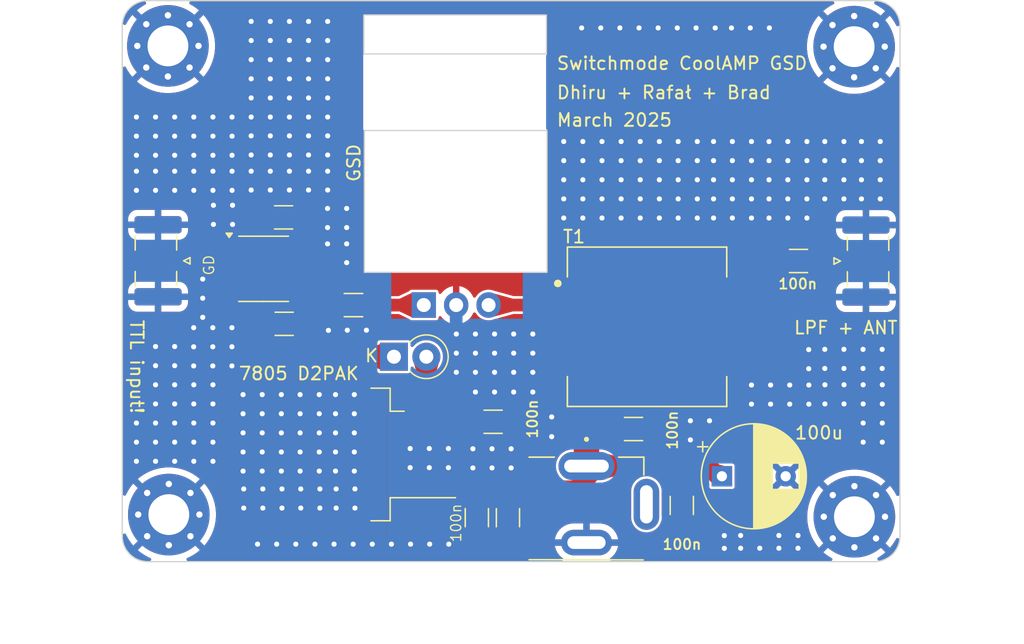
<source format=kicad_pcb>
(kicad_pcb (version 20241229) (generator "pcbnew") (generator_version "9.0")
  (layers (0 "F.Cu" signal) (2 "B.Cu" signal) (13 "F.Paste" user) (5 "F.SilkS" user "F.Silkscreen") (1 "F.Mask" user) (3 "B.Mask" user) (25 "Edge.Cuts" user))
  (net 0 "")
  (net 1 "GND")
  (net 2 "Net-(Q1-G)")
  (net 3 "/DRAIN")
  (net 4 "Net-(RF_OUT1-In)")
  (net 6 "Net-(RF_IN1-In)")
  (net 7 "Net-(C3-Pad2)")
  (net 8 "+VDC")
  (net 9 "4.5V")
  (net 10 "Net-(D1-A)")
  (net 11 "Net-(R4-Pad1)")
  (footprint "Capacitor_SMD:C_1206_3216Metric_Pad1.33x1.80mm_HandSolder" (layer "F.Cu") (at 27.81 40.545986 -90)
    (property "Reference" "C2" (hide yes))
    (property "Value" "100n")
  )
  (footprint "MountingHole:MountingHole_3.2mm_M3_Pad_Via" (layer "F.Cu") (at 3.65 40.31)
    (property "Reference" "H3" (hide yes))
    (property "Value" "MountingHole_Pad" (hide yes))
  )
  (footprint "Connector_Coaxial:SMA_Samtec_SMA-J-P-H-ST-EM1_EdgeMount" (layer "F.Cu") (at 58.58 20.425)
    (property "Reference" "RF_OUT1" (hide yes))
    (property "Value" "SMA" (hide yes))
  )
  (footprint "Capacitor_SMD:C_1206_3216Metric_Pad1.33x1.80mm_HandSolder" (layer "F.Cu") (at 30.25 40.5525 -90)
    (property "Reference" "C12" (hide yes))
    (property "Value" "100n" (hide yes))
  )
  (footprint "footprints:XKB_DC-005-5A-2.0_Modded" (layer "F.Cu") (at 36.41 42.505 90)
    (property "Reference" "Power1" (hide yes))
    (property "Value" "DC-005 (Barrel Jack)" (hide yes))
  )
  (footprint "MountingHole:MountingHole_3.2mm_M3_Pad_Via" (layer "F.Cu") (at 57.422944 40.48)
    (property "Reference" "H4" (hide yes))
    (property "Value" "MountingHole_Pad" (hide yes))
  )
  (footprint "PCM_Diode_THT_AKL:D_DO-41_SOD81_P2.54mm_Vertical_KathodeUp" (layer "F.Cu") (at 21.31 27.93)
    (property "Reference" "D1" (hide yes))
    (property "Value" "1N4007" (hide yes))
  )
  (footprint "Resistor_SMD:R_1206_3216Metric_Pad1.30x1.75mm_HandSolder" (layer "F.Cu") (at 18.135 23.88)
    (property "Reference" "R4" (hide yes))
    (property "Value" "3.3" (hide yes))
  )
  (footprint "Connector_Coaxial:SMA_Samtec_SMA-J-P-H-ST-EM1_EdgeMount" (layer "F.Cu") (at 2.555 20.405 180)
    (property "Reference" "RF_IN1" (hide yes))
    (property "Value" "SMA" (hide yes))
  )
  (footprint "footprints:TO-220-3_Horizontal_TabDown" (layer "F.Cu") (at 23.65 23.875)
    (property "Reference" "Q1" (hide yes))
    (property "Value" "GSD" (hide yes))
  )
  (footprint "Capacitor_SMD:C_1206_3216Metric_Pad1.33x1.80mm_HandSolder" (layer "F.Cu") (at 12.7 25.35)
    (property "Reference" "C7" (hide yes))
    (property "Value" "10u" (hide yes))
  )
  (footprint "Capacitor_SMD:C_1206_3216Metric_Pad1.33x1.80mm_HandSolder" (layer "F.Cu") (at 53.0375 20.42 180)
    (property "Reference" "C3" (hide yes))
    (property "Value" "100n")
  )
  (footprint "Package_SO:SOIC-8_3.9x4.9mm_P1.27mm" (layer "F.Cu") (at 11.085 21.035)
    (property "Reference" "U2" (hide yes))
    (property "Value" "GD")
  )
  (footprint "Capacitor_THT:CP_Radial_D8.0mm_P5.00mm" (layer "F.Cu") (at 47.032349 37.305)
    (property "Reference" "C6" (hide yes))
    (property "Value" "100u")
  )
  (footprint "footprints:IND_SRF1260A-4R7Y-Longer-Pads" (layer "F.Cu") (at 41.16 25.58)
    (property "Reference" "T1")
    (property "Value" "SRF1260A-4R7Y" (hide yes))
  )
  (footprint "MountingHole:MountingHole_3.2mm_M3_Pad_Via" (layer "F.Cu") (at 3.58 3.55)
    (property "Reference" "H1" (hide yes))
    (property "Value" "MountingHole_Pad" (hide yes))
  )
  (footprint "Capacitor_SMD:C_1206_3216Metric_Pad1.33x1.80mm_HandSolder" (layer "F.Cu") (at 43.885 39.5925 -90)
    (property "Reference" "C5" (hide yes))
    (property "Value" "100n")
  )
  (footprint "Capacitor_SMD:C_1206_3216Metric_Pad1.33x1.80mm_HandSolder" (layer "F.Cu") (at 29.085 33.03)
    (property "Reference" "C8" (hide yes))
    (property "Value" "100n")
  )
  (footprint "footprints:TO-263-2-bigger" (layer "F.Cu") (at 16.185 35.595 180)
    (property "Reference" "U1" (hide yes))
    (property "Value" "7805 D2PAK")
  )
  (footprint "Capacitor_SMD:C_1206_3216Metric_Pad1.33x1.80mm_HandSolder" (layer "F.Cu") (at 40.1 33.6)
    (property "Reference" "C10" (hide yes))
    (property "Value" "100n")
  )
  (footprint "MountingHole:MountingHole_3.2mm_M3_Pad_Via" (layer "F.Cu") (at 57.402944 3.61)
    (property "Reference" "H2" (hide yes))
    (property "Value" "MountingHole_Pad" (hide yes))
  )
  (footprint "Capacitor_SMD:C_1206_3216Metric_Pad1.33x1.80mm_HandSolder" (layer "F.Cu") (at 12.65 17)
    (property "Reference" "C11" (hide yes))
    (property "Value" "100n" (hide yes))
  )
  (gr_rect (start 18.99 10.185) (end 33.31 21.31) (stroke (width 0.1)) (fill no) (layer "Edge.Cuts"))
  (gr_line (start 61 2) (end 61 42) (stroke (width 0.1)) (layer "Edge.Cuts"))
  (gr_arc (start 59 0) (mid 60.414214 0.585786) (end 61 2) (stroke (width 0.1)) (layer "Edge.Cuts"))
  (gr_line (start 2 0) (end 59 0) (stroke (width 0.1)) (layer "Edge.Cuts"))
  (gr_line (start 0 42) (end 0 2) (stroke (width 0.1)) (layer "Edge.Cuts"))
  (gr_arc (start 0 2) (mid 0.585786 0.585786) (end 2 0) (stroke (width 0.1)) (layer "Edge.Cuts"))
  (gr_rect (start 18.95 1.13) (end 33.27 4.18) (stroke (width 0.1)) (fill no) (layer "Edge.Cuts"))
  (gr_arc (start 2 44) (mid 0.585786 43.414214) (end 0 42) (stroke (width 0.1)) (layer "Edge.Cuts"))
  (gr_arc (start 61 42) (mid 60.414214 43.414214) (end 59 44) (stroke (width 0.1)) (layer "Edge.Cuts"))
  (gr_line (start 59 44) (end 2 44) (stroke (width 0.1)) (layer "Edge.Cuts"))
  (gr_text "LPF + ANT" (at 52.6 26.24 0) (layer "F.SilkS") (effects (font (size 1 1)) (justify left bottom)))
  (gr_text "TTL input!" (at 0.55 24.95 270) (layer "F.SilkS") (effects (font (size 1 1)) (justify left bottom)))
  (gr_text "Dhiru + Rafał + Brad" (at 34 7.79 0) (layer "F.SilkS") (effects (font (size 1 1)) (justify left bottom)))
  (gr_text "GSD" (at 18.75 14.3 90) (layer "F.SilkS") (effects (font (size 1 1)) (justify left bottom)))
  (gr_text "March 2025" (at 34 9.95 0) (layer "F.SilkS") (effects (font (size 1 1)) (justify left bottom)))
  (gr_text "Switchmode CoolAMP GSD" (at 34 5.5 0) (layer "F.SilkS") (effects (font (size 1 1)) (justify left bottom)))
  (segment (start 8.6 22.95) (end 8.61 22.94) (width 1) (layer "F.Cu") (net 1))
  (segment (start 14.2625 23.6425) (end 13.56 22.94) (width 1) (layer "F.Cu") (net 1))
  (segment (start 8.6 25.65) (end 8.6 22.95) (width 1) (layer "F.Cu") (net 1))
  (segment (start 14.2625 25.35) (end 14.2625 23.6425) (width 1) (layer "F.Cu") (net 1))
  (segment (start 14.2625 25.35) (end 14.7625 25.85) (width 1) (layer "F.Cu") (net 1))
  (segment (start 14.7625 25.85) (end 19.15 25.85) (width 1) (layer "F.Cu") (net 1))
  (via (at 14.61 4.63) (size 0.8) (drill 0.4) (layers "F.Cu" "B.Cu") (net 1))
  (via (at 10.975 33.9) (size 0.8) (drill 0.4) (layers "F.Cu" "B.Cu") (net 1))
  (via (at 26.2 27.65) (size 0.8) (drill 0.4) (layers "F.Cu" "B.Cu") (net 1))
  (via (at 16.775 39.8) (size 0.8) (drill 0.4) (layers "F.Cu" "B.Cu") (net 1))
  (via (at 16.725 30.9) (size 0.8) (drill 0.4) (layers "F.Cu" "B.Cu") (net 1))
  (via (at 56.61 31.63) (size 0.8) (drill 0.4) (layers "F.Cu" "B.Cu") (net 1))
  (via (at 12.525 38.3) (size 0.8) (drill 0.4) (layers "F.Cu" "B.Cu") (net 1))
  (via (at 44.56 32.95) (size 0.8) (drill 0.4) (layers "F.Cu" "B.Cu") (net 1))
  (via (at 26.2 26.15) (size 0.8) (drill 0.4) (layers "F.Cu" "B.Cu") (net 1))
  (via (at 16.11 6.13) (size 0.8) (drill 0.4) (layers "F.Cu" "B.Cu") (net 1))
  (via (at 13.11 4.63) (size 0.8) (drill 0.4) (layers "F.Cu" "B.Cu") (net 1))
  (via (at 37.625 15.55) (size 0.8) (drill 0.4) (layers "F.Cu" "B.Cu") (net 1))
  (via (at 13.11 7.63) (size 0.8) (drill 0.4) (layers "F.Cu" "B.Cu") (net 1))
  (via (at 16.11 1.63) (size 0.8) (drill 0.4) (layers "F.Cu" "B.Cu") (net 1))
  (via (at 13.11 12.105) (size 0.8) (drill 0.4) (layers "F.Cu" "B.Cu") (net 1))
  (via (at 18.2 36.9) (size 0.8) (drill 0.4) (layers "F.Cu" "B.Cu") (net 1))
  (via (at 59.45 11.05) (size 0.8) (drill 0.4) (layers "F.Cu" "B.Cu") (net 1))
  (via (at 16.1 16.3) (size 0.8) (drill 0.4) (layers "F.Cu" "B.Cu") (net 1))
  (via (at 48.5 41.95) (size 0.8) (drill 0.4) (layers "F.Cu" "B.Cu") (net 1))
  (via (at 7.1 28.65) (size 0.8) (drill 0.4) (layers "F.Cu" "B.Cu") (net 1))
  (via (at 37.625 14.05) (size 0.8) (drill 0.4) (layers "F.Cu" "B.Cu") (net 1))
  (via (at 50.85 30.15) (size 0.8) (drill 0.4) (layers "F.Cu" "B.Cu") (net 1))
  (via (at 30.7 29.15) (size 0.8) (drill 0.4) (layers "F.Cu" "B.Cu") (net 1))
  (via (at 10.11 7.63) (size 0.8) (drill 0.4) (layers "F.Cu" "B.Cu") (net 1))
  (via (at 7.11 12.13) (size 0.8) (drill 0.4) (layers "F.Cu" "B.Cu") (net 1))
  (via (at 10.11 10.605) (size 0.8) (drill 0.4) (layers "F.Cu" "B.Cu") (net 1))
  (via (at 42.125 17.05) (size 0.8) (drill 0.4) (layers "F.Cu" "B.Cu") (net 1))
  (via (at 16.11 12.105) (size 0.8) (drill 0.4) (layers "F.Cu" "B.Cu") (net 1))
  (via (at 7.15 17.55) (size 0.8) (drill 0.4) (layers "F.Cu" "B.Cu") (net 1))
  (via (at 55.1 15.55) (size 0.8) (drill 0.4) (layers "F.Cu" "B.Cu") (net 1))
  (via (at 53.84 27.37) (size 0.8) (drill 0.4) (layers "F.Cu" "B.Cu") (net 1))
  (via (at 24.08 36.63) (size 0.8) (drill 0.4) (layers "F.Cu" "B.Cu") (net 1))
  (via (at 36.125 12.55) (size 0.8) (drill 0.4) (layers "F.Cu" "B.Cu") (net 1))
  (via (at 12.11 42.63) (size 0.8) (drill 0.4) (layers "F.Cu" "B.Cu") (net 1))
  (via (at 53.7 15.55) (size 0.8) (drill 0.4) (layers "F.Cu" "B.Cu") (net 1))
  (via (at 45.1 11.05) (size 0.8) (drill 0.4) (layers "F.Cu" "B.Cu") (net 1))
  (via (at 4.11 13.38) (size 0.8) (drill 0.4) (layers "F.Cu" "B.Cu") (net 1))
  (via (at 36.125 17.05) (size 0.8) (drill 0.4) (layers "F.Cu" "B.Cu") (net 1))
  (via (at 25.58 35.13) (size 0.8) (drill 0.4) (layers "F.Cu" "B.Cu") (net 1))
  (via (at 11.61 7.63) (size 0.8) (drill 0.4) (layers "F.Cu" "B.Cu") (net 1))
  (via (at 18.2 32.4) (size 0.8) (drill 0.4) (layers "F.Cu" "B.Cu") (net 1))
  (via (at 27.5 36.65) (size 0.8) (drill 0.4) (layers "F.Cu" "B.Cu") (net 1))
  (via (at 42.125 11.05) (size 0.8) (drill 0.4) (layers "F.Cu" "B.Cu") (net 1))
  (via (at 49.35 30.15) (size 0.8) (drill 0.4) (layers "F.Cu" "B.Cu") (net 1))
  (via (at 47.78 2.14) (size 0.8) (drill 0.4) (layers "F.Cu" "B.Cu") (net 1))
  (via (at 16.11 9.13) (size 0.8) (drill 0.4) (layers "F.Cu" "B.Cu") (net 1))
  (via (at 8.61 14.88) (size 0.8) (drill 0.4) (layers "F.Cu" "B.Cu") (net 1))
  (via (at 36.125 14.05) (size 0.8) (drill 0.4) (layers "F.Cu" "B.Cu") (net 1))
  (via (at 52.35 31.65) (size 0.8) (drill 0.4) (layers "F.Cu" "B.Cu") (net 1))
  (via (at 9.525 39.8) (size 0.8) (drill 0.4) (layers "F.Cu" "B.Cu") (net 1))
  (via (at 53.7 12.55) (size 0.8) (drill 0.4) (layers "F.Cu" "B.Cu") (net 1))
  (via (at 22.61 42.63) (size 0.8) (drill 0.4) (layers "F.Cu" "B.Cu") (net 1))
  (via (at 46.375 14.05) (size 0.8) (drill 0.4) (layers "F.Cu" "B.Cu") (net 1))
  (via (at 29.2 26.15) (size 0.8) (drill 0.4) (layers "F.Cu" "B.Cu") (net 1))
  (via (at 36.125 11.05) (size 0.8) (drill 0.4) (layers "F.Cu" "B.Cu") (net 1))
  (via (at 47.22 42.96) (size 0.8) (drill 0.4) (layers "F.Cu" "B.Cu") (net 1))
  (via (at 5.61 36.13) (size 0.8) (drill 0.4) (layers "F.Cu" "B.Cu") (net 1))
  (via (at 36.125 15.55) (size 0.8) (drill 0.4) (layers "F.Cu" "B.Cu") (net 1))
  (via (at 7.11 10.63) (size 0.8) (drill 0.4) (layers "F.Cu" "B.Cu") (net 1))
  (via (at 14.61 1.63) (size 0.8) (drill 0.4) (layers "F.Cu" "B.Cu") (net 1))
  (via (at 52.2 11.05) (size 0.8) (drill 0.4) (layers "F.Cu" "B.Cu") (net 1))
  (via (at 4.11 36.13) (size 0.8) (drill 0.4) (layers "F.Cu" "B.Cu") (net 1))
  (via (at 7.11 31.63) (size 0.8) (drill 0.4) (layers "F.Cu" "B.Cu") (net 1))
  (via (at 13.11 3.13) (size 0.8) (drill 0.4) (layers "F.Cu" "B.Cu") (net 1))
  (via (at 52.2 15.55) (size 0.8) (drill 0.4) (layers "F.Cu" "B.Cu") (net 1))
  (via (at 24.11 42.63) (size 0.8) (drill 0.4) (layers "F.Cu" "B.Cu") (net 1))
  (via (at 4.11 33.13) (size 0.8) (drill 0.4) (layers "F.Cu" "B.Cu") (net 1))
  (via (at 55.11 30.13) (size 0.8) (drill 0.4) (layers "F.Cu" "B.Cu") (net 1))
  (via (at 13.61 42.63) (size 0.8) (drill 0.4) (layers "F.Cu" "B.Cu") (net 1))
  (via (at 47.85 11.05) (size 0.8) (drill 0.4) (layers "F.Cu" "B.Cu") (net 1))
  (via (at 46.375 15.55) (size 0.8) (drill 0.4) (layers "F.Cu" "B.Cu") (net 1))
  (via (at 34.625 12.55) (size 0.8) (drill 0.4) (layers "F.Cu" "B.Cu") (net 1))
  (via (at 14.61 12.105) (size 0.8) (drill 0.4) (layers "F.Cu" "B.Cu") (net 1))
  (via (at 39.125 17.05) (size 0.8) (drill 0.4) (layers "F.Cu" "B.Cu") (net 1))
  (via (at 16.725 36.9) (size 0.8) (drill 0.4) (layers "F.Cu" "B.Cu") (net 1))
  (via (at 34.625 11.05) (size 0.8) (drill 0.4) (layers "F.Cu" "B.Cu") (net 1))
  (via (at 32.2 27.65) (size 0.8) (drill 0.4) (layers "F.Cu" "B.Cu") (net 1))
  (via (at 56.6 28.85) (size 0.8) (drill 0.4) (layers "F.Cu" "B.Cu") (net 1))
  (via (at 43.6 17.05) (size 0.8) (drill 0.4) (layers "F.Cu" "B.Cu") (net 1))
  (via (at 40.625 12.55) (size 0.8) (drill 0.4) (layers "F.Cu" "B.Cu") (net 1))
  (via (at 46.375 11.05) (size 0.8) (drill 0.4) (layers "F.Cu" "B.Cu") (net 1))
  (via (at 10.11 6.13) (size 0.8) (drill 0.4) (layers "F.Cu" "B.Cu") (net 1))
  (via (at 8.6 27.15) (size 0.8) (drill 0.4) (layers "F.Cu" "B.Cu") (net 1))
  (via (at 45.1 15.55) (size 0.8) (drill 0.4) (layers "F.Cu" "B.Cu") (net 1))
  (via (at 57.975 14.05) (size 0.8) (drill 0.4) (layers "F.Cu" "B.Cu") (net 1))
  (via (at 5.61 14.88) (size 0.8) (drill 0.4) (layers "F.Cu" "B.Cu") (net 1))
  (via (at 58.11 31.63) (size 0.8) (drill 0.4) (layers "F.Cu" "B.Cu") (net 1))
  (via (at 50.725 17.05) (size 0.8) (drill 0.4) (layers "F.Cu" "B.Cu") (net 1))
  (via (at 55.1 27.35) (size 0.8) (drill 0.4) (layers "F.Cu" "B.Cu") (net 1))
  (via (at 49.255 2.14) (size 0.8) (drill 0.4) (layers "F.Cu" "B.Cu") (net 1))
  (via (at 46.06 32.95) (size 0.8) (drill 0.4) (layers "F.Cu" "B.Cu") (net 1))
  (via (at 58.11 33.13) (size 0.8) (drill 0.4) (layers "F.Cu" "B.Cu") (net 1))
  (via (at 11.61 6.13) (size 0.8) (drill 0.4) (layers "F.Cu" "B.Cu") (net 1))
  (via (at 49.35 11.05) (size 0.8) (drill 0.4) (layers "F.Cu" "B.Cu") (net 1))
  (via (at 15.45 32.4) (size 0.8) (drill 0.4) (layers "F.Cu" "B.Cu") (net 1))
  (via (at 16.725 35.4) (size 0.8) (drill 0.4) (layers "F.Cu" "B.Cu") (net 1))
  (via (at 30.7 26.15) (size 0.8) (drill 0.4) (layers "F.Cu" "B.Cu") (net 1))
  (via (at 56.6 27.35) (size 0.8) (drill 0.4) (layers "F.Cu" "B.Cu") (net 1))
  (via (at 21.11 42.63) (size 0.8) (drill 0.4) (layers "F.Cu" "B.Cu") (net 1))
  (via (at 5.61 30.13) (size 0.8) (drill 0.4) (layers "F.Cu" "B.Cu") (net 1))
  (via (at 8.65 16.05) (size 0.8) (drill 0.4) (layers "F.Cu" "B.Cu") (net 1))
  (via (at 1.11 14.88) (size 0.8) (drill 0.4) (layers "F.Cu" "B.Cu") (net 1))
  (via (at 39.125 11.05) (size 0.8) (drill 0.4) (layers "F.Cu" "B.Cu") (net 1))
  (via (at 10.11 9.13) (size 0.8) (drill 0.4) (layers "F.Cu" "B.Cu") (net 1))
  (via (at 27.5 35.15) (size 0.8) (drill 0.4) (layers "F.Cu" "B.Cu") (net 1))
  (via (at 13.11 6.13) (size 0.8) (drill 0.4) (layers "F.Cu" "B.Cu") (net 1))
  (via (at 42.03 2.14) (size 0.8) (drill 0.4) (layers "F.Cu" "B.Cu") (net 1))
  (via (at 12.475 30.9) (size 0.8) (drill 0.4) (layers "F.Cu" "B.Cu") (net 1))
  (via (at 48.5 42.95) (size 0.8) (drill 0.4) (layers "F.Cu" "B.Cu") (net 1))
  (via (at 5.6 28.65) (size 0.8) (drill 0.4) (layers "F.Cu" "B.Cu") (net 1))
  (via (at 29.2 27.65) (size 0.8) (drill 0.4) (layers "F.Cu" "B.Cu") (net 1))
  (via (at 17.65 25.85) (size 0.8) (drill 0.4) (layers "F.Cu" "B.Cu") (net 1))
  (via (at 7.11 36.13) (size 0.8) (drill 0.4) (layers "F.Cu" "B.Cu") (net 1))
  (via (at 4.11 31.63) (size 0.8) (drill 0.4) (layers "F.Cu" "B.Cu") (net 1))
  (via (at 59.61 31.63) (size 0.8) (drill 0.4) (layers "F.Cu" "B.Cu") (net 1))
  (via (at 5.61 33.13) (size 0.8) (drill 0.4) (layers "F.Cu" "B.Cu") (net 1))
  (via (at 37.625 17.05) (size 0.8) (drill 0.4) (layers "F.Cu" "B.Cu") (net 1))
  (via (at 10.975 32.4) (size 0.8) (drill 0.4) (layers "F.Cu" "B.Cu") (net 1))
  (via (at 11.61 3.13) (size 0.8) (drill 0.4) (layers "F.Cu" "B.Cu") (net 1))
  (via (at 46.375 12.55) (size 0.8) (drill 0.4) (layers "F.Cu" "B.Cu") (net 1))
  (via (at 30.7 30.7) (size 0.8) (drill 0.4) (layers "F.Cu" "B.Cu") (net 1))
  (via (at 32.2 30.7) (size 0.8) (drill 0.4) (layers "F.Cu" "B.Cu") (net 1))
  (via (at 14.61 9.13) (size 0.8) (drill 0.4) (layers "F.Cu" "B.Cu") (net 1))
  (via (at 52.35 30.15) (size 0.8) (drill 0.4) (layers "F.Cu" "B.Cu") (net 1))
  (via (at 6.31 23.34) (size 0.8) (drill 0.4) (layers "F.Cu" "B.Cu") (net 1))
  (via (at 50.725 11.05) (size 0.8) (drill 0.4) (layers "F.Cu" "B.Cu") (net 1))
  (via (at 53 42.95) (size 0.8) (drill 0.4) (layers "F.Cu" "B.Cu") (net 1))
  (via (at 19.15 25.85) (size 0.8) (drill 0.4) (layers "F.Cu" "B.Cu") (net 1))
  (via (at 13.11 1.63) (size 0.8) (drill 0.4) (layers "F.Cu" "B.Cu") (net 1))
  (via (at 13.95 35.4) (size 0.8) (drill 0.4) (layers "F.Cu" "B.Cu") (net 1))
  (via (at 11.61 12.105) (size 0.8) (drill 0.4) (layers "F.Cu" "B.Cu") (net 1))
  (via (at 4.11 28.63) (size 0.8) (drill 0.4) (layers "F.Cu" "B.Cu") (net 1))
  (via (at 24.08 35.13) (size 0.8) (drill 0.4) (layers "F.Cu" "B.Cu") (net 1))
  (via (at 32.2 26.15) (size 0.8) (drill 0.4) (layers "F.Cu" "B.Cu") (net 1))
  (via (at 15.5 39.8) (size 0.8) (drill 0.4) (layers "F.Cu" "B.Cu") (net 1))
  (via (at 12.525 39.8) (size 0.8) (drill 0.4) (layers "F.Cu" "B.Cu") (net 1))
  (via (at 14.61 6.13) (size 0.8) (drill 0.4) (layers "F.Cu" "B.Cu") (net 1))
  (via (at 30.5 35.15) (size 0.8) (drill 0.4) (layers "F.Cu" "B.Cu") (net 1))
  (via (at 10.975 30.9) (size 0.8) (drill 0.4) (layers "F.Cu" "B.Cu") (net 1))
  (via (at 58.1 27.35) (size 0.8) (drill 0.4) (layers "F.Cu" "B.Cu") (net 1))
  (via (at 18.2 33.9) (size 0.8) (drill 0.4) (layers "F.Cu" "B.Cu") (net 1))
  (via (at 10.11 1.63) (size 0.8) (drill 0.4) (layers "F.Cu" "B.Cu") (net 1))
  (via (at 53 41.95) (size 0.8) (drill 0.4) (layers "F.Cu" "B.Cu") (net 1))
  (via (at 32.2 29.15) (size 0.8) (drill 0.4) (layers "F.Cu" "B.Cu") (net 1))
  (via (at 56.6 11.05) (size 0.8) (drill 0.4) (layers "F.Cu" "B.Cu") (net 1))
  (via (at 11.61 9.13) (size 0.8) (drill 0.4) (layers "F.Cu" "B.Cu") (net 1))
  (via (at 25.61 42.63) (size 0.8) (drill 0.4) (layers "F.Cu" "B.Cu") (net 1))
  (via (at 51.5 41.95) (size 0.8) (drill 0.4) (layers "F.Cu" "B.Cu") (net 1))
  (via (at 13.95 30.9) (size 0.8) (drill 0.4) (layers "F.Cu" "B.Cu") (net 1))
  (via (at 8.61 12.13) (size 0.8) (drill 0.4) (layers "F.Cu" "B.Cu") (net 1))
  (via (at 59.45 15.55) (size 0.8) (drill 0.4) (layers "F.Cu" "B.Cu") (net 1))
  (via (at 55.1 28.85) (size 0.8) (drill 0.4) (layers "F.Cu" "B.Cu") (net 1))
  (via (at 16.725 32.4) (size 0.8) (drill 0.4) (layers "F.Cu" "B.Cu") (net 1))
  (via (at 12.475 33.9) (size 0.8) (drill 0.4) (layers "F.Cu" "B.Cu") (net 1))
  (via (at 4.11 34.63) (size 0.8) (drill 0.4) (layers "F.Cu" "B.Cu") (net 1))
  (via (at 40.625 17.05) (size 0.8) (drill 0.4) (layers "F.Cu" "B.Cu") (net 1))
  (via (at 9.475 30.9) (size 0.8) (drill 0.4) (layers "F.Cu" "B.Cu") (net 1))
  (via (at 42.125 12.55) (size 0.8) (drill 0.4) (layers "F.Cu" "B.Cu") (net 1))
  (via (at 1.11 10.63) (size 0.8) (drill 0.4) (layers "F.Cu" "B.Cu") (net 1))
  (via (at 16.17 25.86) (size 0.8) (drill 0.4) (layers "F.Cu" "B.Cu") (net 1))
  (via (at 4.11 27.13) (size 0.8) (drill 0.4) (layers "F.Cu" "B.Cu") (net 1))
  (via (at 16.11 14.855) (size 0.8) (drill 0.4) (layers "F.Cu" "B.Cu") (net 1))
  (via (at 37.625 11.05) (size 0.8) (drill 0.4) (layers "F.Cu" "B.Cu") (net 1))
  (via (at 43.6 14.05) (size 0.8) (drill 0.4) (layers "F.Cu" "B.Cu") (net 1))
  (via (at 7.11 13.38) (size 0.8) (drill 0.4) (layers "F.Cu" "B.Cu") (net 1))
  (via (at 27.7 26.15) (size 0.8) (drill 0.4) (layers "F.Cu" "B.Cu") (net 1))
  (via (at 59.6 28.85) (size 0.8) (drill 0.4) (layers "F.Cu" "B.Cu") (net 1))
  (via (at 16.61 42.63) (size 0.8) (drill 0.4) (layers "F.Cu" "B.Cu") (net 1))
  (via (at 15.11 42.63) (size 0.8) (drill 0.4) (layers "F.Cu" "B.Cu") (net 1))
  (via (at 49.35 12.55) (size 0.8) (drill 0.4) (layers "F.Cu" "B.Cu") (net 1))
  (via (at 9.475 36.9) (size 0.8) (drill 0.4) (layers "F.Cu" "B.Cu") (net 1))
  (via (at 16.11 13.38) (size 0.8) (drill 0.4) (layers "F.Cu" "B.Cu") (net 1))
  (via (at 7.11 33.13) (size 0.8) (drill 0.4) (layers "F.Cu" "B.Cu") (net 1))
  (via (at 50 42.95) (size 0.8) (drill 0.4) (layers "F.Cu" "B.Cu") (net 1))
  (via (at 52.2 17.05) (size 0.8) (drill 0.4) (layers "F.Cu" "B.Cu") (net 1))
  (via (at 15.5 38.3) (size 0.8) (drill 0.4) (layers "F.Cu" "B.Cu") (net 1))
  (via (at 9.475 32.4) (size 0.8) (drill 0.4) (layers "F.Cu" "B.Cu") (net 1))
  (via (at 53.84 28.87) (size 0.8) (drill 0.4) (layers "F.Cu" "B.Cu") (net 1))
  (via (at 2.61 9.13) (size 0.8) (drill 0.4) (layers "F.Cu" "B.Cu") (net 1))
  (via (at 36.03 2.14) (size 0.8) (drill 0.4) (layers "F.Cu" "B.Cu") (net 1))
  (via (at 10.11 12.105) (size 0.8) (drill 0.4) (layers "F.Cu" "B.Cu") (net 1))
  (via (at 5.61 9.13) (size 0.8) (drill 0.4) (layers "F.Cu" "B.Cu") (net 1))
  (via (at 40.625 15.55) (size 0.8) (drill 0.4) (layers "F.Cu" "B.Cu") (net 1))
  (via (at 42.125 14.05) (size 0.8) (drill 0.4) (layers "F.Cu" "B.Cu") (net 1))
  (via (at 40.625 11.05) (size 0.8) (drill 0.4) (layers "F.Cu" "B.Cu") (net 1))
  (via (at 25.58 36.63) (size 0.8) (drill 0.4) (layers "F.Cu" "B.Cu") (net 1))
  (via (at 14.61 10.605) (size 0.8) (drill 0.4) (layers "F.Cu" "B.Cu") (net 1))
  (via (at 13.11 10.605) (size 0.8) (drill 0.4) (layers "F.Cu" "B.Cu") (net 1))
  (via (at 39.03 2.14) (size 0.8) (drill 0.4) (layers "F.Cu" "B.Cu") (net 1))
  (via (at 57.975 12.55) (size 0.8) (drill 0.4) (layers "F.Cu" "B.Cu") (net 1))
  (via (at 45.1 17.05) (size 0.8) (drill 0.4) (layers "F.Cu" "B.Cu") (net 1))
  (via (at 16.11 4.63) (size 0.8) (drill 0.4) (layers "F.Cu" "B.Cu") (net 1))
  (via (at 55.1 14.05) (size 0.8) (drill 0.4) (layers "F.Cu" "B.Cu") (net 1))
  (via (at 51.5 42.95) (size 0.8) (drill 0.4) (layers "F.Cu" "B.Cu") (net 1))
  (via (at 7.11 9.13) (size 0.8) (drill 0.4) (layers "F.Cu" "B.Cu") (net 1))
  (via (at 2.61 34.63) (size 0.8) (drill 0.4) (layers "F.Cu" "B.Cu") (net 1))
  (via (at 8.61 9.13) (size 0.8) (drill 0.4) (layers "F.Cu" "B.Cu") (net 1))
  (via (at 59.45 12.55) (size 0.8) (drill 0.4) (layers "F.Cu" "B.Cu") (net 1))
  (via (at 1.11 36.13) (size 0.8) (drill 0.4) (layers "F.Cu" "B.Cu") (net 1))
  (via (at 5.61 31.63) (size 0.8) (drill 0.4) (layers "F.Cu" "B.Cu") (net 1))
  (via (at 34.625 15.55) (size 0.8) (drill 0.4) (layers "F.Cu" "B.Cu") (net 1))
  (via (at 1.11 34.63) (size 0.8) (drill 0.4) (layers "F.Cu" "B.Cu") (net 1))
  (via (at 9.525 38.3) (size 0.8) (drill 0.4) (layers "F.Cu" "B.Cu") (net 1))
  (via (at 2.61 28.63) (size 0.8) (drill 0.4) (layers "F.Cu" "B.Cu") (net 1))
  (via (at 59.45 14.05) (size 0.8) (drill 0.4) (layers "F.Cu" "B.Cu") (net 1))
  (via (at 56.6 14.05) (size 0.8) (drill 0.4) (layers "F.Cu" "B.Cu") (net 1))
  (via (at 42.125 15.55) (size 0.8) (drill 0.4) (layers "F.Cu" "B.Cu") (net 1))
  (via (at 43.6 11.05) (size 0.8) (drill 0.4) (layers "F.Cu" "B.Cu") (net 1))
  (via (at 50.725 15.55) (size 0.8) (drill 0.4) (layers "F.Cu" "B.Cu") (net 1))
  (via (at 17.6 17.8) (size 0.8) (drill 0.4) (layers "F.Cu" "B.Cu") (net 1))
  (via (at 58.11 30.13) (size 0.8) (drill 0.4) (layers "F.Cu" "B.Cu") (net 1))
  (via (at 39.125 15.55) (size 0.8) (drill 0.4) (layers "F.Cu" "B.Cu") (net 1))
  (via (at 8.6 25.65) (size 0.8) (drill 0.4) (layers "F.Cu" "B.Cu") (net 1))
  (via (at 27.7 30.7) (size 0.8) (drill 0.4) (layers "F.Cu" "B.Cu") (net 1))
  (via (at 45.1 14.05) (size 0.8) (drill 0.4) (layers "F.Cu" "B.Cu") (net 1))
  (via (at 8.6 28.65) (size 0.8) (drill 0.4) (layers "F.Cu" "B.Cu") (net 1))
  (via (at 13.11 14.855) (size 0.8) (drill 0.4) (layers "F.Cu" "B.Cu") (net 1))
  (via (at 47.85 17.05) (size 0.8) (drill 0.4) (layers "F.Cu" "B.Cu") (net 1))
  (via (at 12.475 32.4) (size 0.8) (drill 0.4) (layers "F.Cu" "B.Cu") (net 1))
  (via (at 12.475 36.9) (size 0.8) (drill 0.4) (layers "F.Cu" "B.Cu") (net 1))
  (via (at 49.35 17.05) (size 0.8) (drill 0.4) (layers "F.Cu" "B.Cu") (net 1))
  (via (at 11.025 38.3) (size 0.8) (drill 0.4) (layers "F.Cu" "B.Cu") (net 1))
  (via (at 43.6 15.55) (size 0.8) (drill 0.4) (layers "F.Cu" "B.Cu") (net 1))
  (via (at 59.6 27.35) (size 0.8) (drill 0.4) (layers "F.Cu" "B.Cu") (net 1))
  (via (at 14.61 14.855) (size 0.8) (drill 0.4) (layers "F.Cu" "B.Cu") (net 1))
  (via (at 10.11 13.38) (size 0.8) (drill 0.4) (layers "F.Cu" "B.Cu") (net 1))
  (via (at 18.25 39.8) (size 0.8) (drill 0.4) (layers "F.Cu" "B.Cu") (net 1))
  (via (at 33.68 32.65) (size 0.8) (drill 0.4) (layers "F.Cu" "B.Cu") (net 1))
  (via (at 16.775 38.3) (size 0.8) (drill 0.4) (layers "F.Cu" "B.Cu") (net 1))
  (via (at 8.61 10.63) (size 0.8) (drill 0.4) (layers "F.Cu" "B.Cu") (net 1))
  (via (at 9.475 33.9) (size 0.8) (drill 0.4) (layers "F.Cu" "B.Cu") (net 1))
  (via (at 49.35 15.55) (size 0.8) (drill 0.4) (layers "F.Cu" "B.Cu") (net 1))
  (via (at 17.6 20.55) (size 0.8) (drill 0.4) (layers "F.Cu" "B.Cu") (net 1))
  (via (at 14.61 7.63) (size 0.8) (drill 0.4) (layers "F.Cu" "B.Cu") (net 1))
  (via (at 1.11 12.13) (size 0.8) (drill 0.4) (layers "F.Cu" "B.Cu") (net 1))
  (via (at 2.61 13.38) (size 0.8) (drill 0.4) (layers "F.Cu" "B.Cu") (net 1))
  (via (at 6.31 24.84) (size 0.8) (drill 0.4) (layers "F.Cu" "B.Cu") (net 1))
  (via (at 29 36.65) (size 0.8) (drill 0.4) (layers "F.Cu" "B.Cu") (net 1))
  (via (at 13.11 13.38) (size 0.8) (drill 0.4) (layers "F.Cu" "B.Cu") (net 1))
  (via (at 16.11 3.13) (size 0.8) (drill 0.4) (layers "F.Cu" "B.Cu") (net 1))
  (via (at 53.7 14.05) (size 0.8) (drill 0.4) (layers "F.Cu" "B.Cu") (net 1))
  (via (at 7.11 14.88) (size 0.8) (drill 0.4) (layers "F.Cu" "B.Cu") (net 1))
  (via (at 4.11 14.88) (size 0.8) (drill 0.4) (layers "F.Cu" "B.Cu") (net 1))
  (via (at 7.1 27.15) (size 0.8) (drill 0.4) (layers "F.Cu" "B.Cu") (net 1))
  (via (at 5.61 34.63) (size 0.8) (drill 0.4) (layers "F.Cu" "B.Cu") (net 1))
  (via (at 43.53 2.14) (size 0.8) (drill 0.4) (layers "F.Cu" "B.Cu") (net 1))
  (via (at 30.5 36.65) (size 0.8) (drill 0.4) (layers "F.Cu" "B.Cu") (net 1))
  (via (at 22.58 35.13) (size 0.8) (drill 0.4) (layers "F.Cu" "B.Cu") (net 1))
  (via (at 57.975 15.55) (size 0.8) (drill 0.4) (layers "F.Cu" "B.Cu") (net 1))
  (via (at 5.6 27.15) (size 0.8) (drill 0.4) (layers "F.Cu" "B.Cu") (net 1))
  (via (at 18.25 38.3) (size 0.8) (drill 0.4) (layers "F.Cu" "B.Cu") (net 1))
  (via (at 57.975 11.05) (size 0.8) (drill 0.4) (layers "F.Cu" "B.Cu") (net 1))
  (via (at 18.2 30.9) (size 0.8) (drill 0.4) (layers "F.Cu" "B.Cu") (net 1))
  (via (at 46.375 17.05) (size 0.8) (drill 0.4) (layers "F.Cu" "B.Cu") (net 1))
  (via (at 30.7 27.65) (size 0.8) (drill 0.4) (layers "F.Cu" "B.Cu") (net 1))
  (via (at 29 35.15) (size 0.8) (drill 0.4) (layers "F.Cu" "B.Cu") (net 1))
  (via (at 10.11 4.63) (size 0.8) (drill 0.4) (layers "F.Cu" "B.Cu") (net 1))
  (via (at 11.61 1.63) (size 0.8) (drill 0.4) (layers "F.Cu" "B.Cu") (net 1))
  (via (at 11.025 39.8) (size 0.8) (drill 0.4) (layers "F.Cu" "B.Cu") (net 1))
  (via (at 13.11 9.13) (size 0.8) (drill 0.4) (layers "F.Cu" "B.Cu") (net 1))
  (via (at 16.1 17.8) (size 0.8) (drill 0.4) (layers "F.Cu" "B.Cu") (net 1))
  (via (at 10.975 35.4) (size 0.8) (drill 0.4) (layers "F.Cu" "B.Cu") (net 1))
  (via (at 11.61 10.605) (size 0.8) (drill 0.4) (layers "F.Cu" "B.Cu") (net 1))
  (via (at 17.6 19.075) (size 0.8) (drill 0.4) (layers "F.Cu" "B.Cu") (net 1))
  (via (at 52.2 12.55) (size 0.8) (drill 0.4) (layers "F.Cu" "B.Cu") (net 1))
  (via (at 56.6 15.55) (size 0.8) (drill 0.4) (layers "F.Cu" "B.Cu") (net 1))
  (via (at 2.61 12.13) (size 0.8) (drill 0.4) (layers "F.Cu" "B.Cu") (net 1))
  (via (at 1.11 9.13) (size 0.8) (drill 0.4) (layers "F.Cu" "B.Cu") (net 1))
  (via (at 8.61 13.38) (size 0.8) (drill 0.4) (layers "F.Cu" "B.Cu") (net 1))
  (via (at 50.85 31.65) (size 0.8) (drill 0.4) (layers "F.Cu" "B.Cu") (net 1))
  (via (at 17.6 16.3) (size 0.8) (drill 0.4) (layers "F.Cu" "B.Cu") (net 1))
  (via (at 7.15 16.05) (size 0.8) (drill 0.4) (layers "F.Cu" "B.Cu") (net 1))
  (via (at 39.125 14.05) (size 0.8) (drill 0.4) (layers "F.Cu" "B.Cu") (net 1))
  (via (at 5.61 13.38) (size 0.8) (drill 0.4) (layers "F.Cu" "B.Cu") (net 1))
  (via (at 37.53 2.14) (size 0.8) (drill 0.4) (layers "F.Cu" "B.Cu") (net 1))
  (via (at 18.2 35.4) (size 0.8) (drill 0.4) (layers "F.Cu" "B.Cu") (net 1))
  (via (at 47.22 41.96) (size 0.8) (drill 0.4) (layers "F.Cu" "B.Cu") (net 1))
  (via (at 8.65 17.55) (size 0.8) (drill 0.4) (layers "F.Cu" "B.Cu") (net 1))
  (via (at 13.95 36.9) (size 0.8) (drill 0.4) (layers "F.Cu" "B.Cu") (net 1))
  (via (at 10.975 36.9) (size 0.8) (drill 0.4) (layers "F.Cu" "B.Cu") (net 1))
  (via (at 39.125 12.55) (size 0.8) (drill 0.4) (layers "F.Cu" "B.Cu") (net 1))
  (via (at 53.7 17.05) (size 0.8) (drill 0.4) (layers "F.Cu" "B.Cu") (net 1))
  (via (at 19.61 42.63) (size 0.8) (drill 0.4) (layers "F.Cu" "B.Cu") (net 1))
  (via (at 56.6 12.55) (size 0.8) (drill 0.4) (layers "F.Cu" "B.Cu") (net 1))
  (via (at 22.58 36.63) (size 0.8) (drill 0.4) (layers "F.Cu" "B.Cu") (net 1))
  (via (at 43.6 12.55) (size 0.8) (drill 0.4) (layers "F.Cu" "B.Cu") (net 1))
  (via (at 27.7 29.15) (size 0.8) (drill 0.4) (layers "F.Cu" "B.Cu") (net 1))
  (via (at 2.61 33.13) (size 0.8) (drill 0.4) (layers "F.Cu" "B.Cu") (net 1))
  (via (at 7.1 25.65) (size 0.8) (drill 0.4) (layers "F.Cu" "B.Cu") (net 1))
  (via (at 15.45 33.9) (size 0.8) (drill 0.4) (layers "F.Cu" "B.Cu") (net 1))
  (via (at 58.1 28.85) (size 0.8) (drill 0.4) (layers "F.Cu" "B.Cu") (net 1))
  (via (at 47.85 12.55) (size 0.8) (drill 0.4) (layers "F.Cu" "B.Cu") (net 1))
  (via (at 55.1 11.05) (size 0.8) (drill 0.4) (layers "F.Cu" "B.Cu") (net 1))
  (via (at 34.625 14.05) (size 0.8) (drill 0.4) (layers "F.Cu" "B.Cu") (net 1))
  (via (at 10.61 42.63) (size 0.8) (drill 0.4) (layers "F.Cu" "B.Cu") (net 1))
  (via (at 16.11 10.605) (size 0.8) (drill 0.4) (layers "F.Cu" "B.Cu") (net 1))
  (via (at 6.31 21.84) (size 0.8) (drill 0.4) (layers "F.Cu" "B.Cu") (net 1))
  (via (at 27.7 27.65) (size 0.8) (drill 0.4) (layers "F.Cu" "B.Cu") (net 1))
  (via (at 40.625 14.05) (size 0.8) (drill 0.4) (layers "F.Cu" "B.Cu") (net 1))
  (via (at 53.85 30.15) (size 0.8) (drill 0.4) (layers "F.Cu" "B.Cu") (net 1))
  (via (at 7.11 30.13) (size 0.8) (drill 0.4) (layers "F.Cu" "B.Cu") (net 1))
  (via (at 16.11 7.63) (size 0.8) (drill 0.4) (layers "F.Cu" "B.Cu") (net 1))
  (via (at 16.725 33.9) (size 0.8) (drill 0.4) (layers "F.Cu" "B.Cu") (net 1))
  (via (at 50.755 2.14) (size 0.8) (drill 0.4) (layers "F.Cu" "B.Cu") (net 1))
  (via (at 7.11 34.63) (size 0.8) (drill 0.4) (layers "F.Cu" "B.Cu") (net 1))
  (via (at 2.61 10.63) (size 0.8) (drill 0.4) (layers "F.Cu" "B.Cu") (net 1))
  (via (at 1.11 33.13) (size 0.8) (drill 0.4) (layers "F.Cu" "B.Cu") (net 1))
  (via (at 49.35 14.05) (size 0.8) (drill 0.4) (layers "F.Cu" "B.Cu") (net 1))
  (via (at 2.61 31.63) (size 0.8) (drill 0.4) (layers "F.Cu" "B.Cu") (net 1))
  (via (at 40.53 2.14) (size 0.8) (drill 0.4) (layers "F.Cu" "B.Cu") (net 1))
  (via (at 10.11 3.13) (size 0.8) (drill 0.4) (layers "F.Cu" "B.Cu") (net 1))
  (via (at 44.56 34.45) (size 0.8) (drill 0.4) (layers "F.Cu" "B.Cu") (net 1))
  (via (at 15.45 35.4) (size 0.8) (drill 0.4) (layers "F.Cu" "B.Cu") (net 1))
  (via (at 26.2 29.15) (size 0.8) (drill 0.4) (layers "F.Cu" "B.Cu") (net 1))
  (via (at 4.11 12.13) (size 0.8) (drill 0.4) (layers "F.Cu" "B.Cu") (net 1))
  (via (at 46.505 2.14) (size 0.8) (drill 0.4) (layers "F.Cu" "B.Cu") (net 1))
  (via (at 11.61 14.855) (size 0.8) (drill 0.4) (layers "F.Cu" "B.Cu") (net 1))
  (via (at 10.11 14.855) (size 0.8) (drill 0.4) (layers "F.Cu" "B.Cu") (net 1))
  (via (at 15.45 30.9) (size 0.8) (drill 0.4) (layers "F.Cu" "B.Cu") (net 1))
  (via (at 53.85 31.65) (size 0.8) (drill 0.4) (layers "F.Cu" "B.Cu") (net 1))
  (via (at 11.61 13.38) (size 0.8) (drill 0.4) (layers "F.Cu" "B.Cu") (net 1))
  (via (at 11.61 4.63) (size 0.8) (drill 0.4) (layers "F.Cu" "B.Cu") (net 1))
  (via (at 14 38.3) (size 0.8) (drill 0.4) (layers "F.Cu" "B.Cu") (net 1))
  (via (at 37.625 12.55) (size 0.8) (drill 0.4) (layers "F.Cu" "B.Cu") (net 1))
  (via (at 13.95 33.9) (size 0.8) (drill 0.4) (layers "F.Cu" "B.Cu") (net 1))
  (via (at 59.61 33.13) (size 0.8) (drill 0.4) (layers "F.Cu" "B.Cu") (net 1))
  (via (at 56.61 30.13) (size 0.8) (drill 0.4) (layers "F.Cu" "B.Cu") (net 1))
  (via (at 14.61 3.13) (size 0.8) (drill 0.4) (layers "F.Cu" "B.Cu") (net 1))
  (via (at 52.2 14.05) (size 0.8) (drill 0.4) (layers "F.Cu" "B.Cu") (net 1))
  (via (at 45.1 12.55) (size 0.8) (drill 0.4) (layers "F.Cu" "B.Cu") (net 1))
  (via (at 4.11 30.13) (size 0.8) (drill 0.4) (layers "F.Cu" "B.Cu") (net 1))
  (via (at 5.6 25.65) (size 0.8) (drill 0.4) (layers "F.Cu" "B.Cu") (net 1))
  (via (at 5.61 10.63) (size 0.8) (drill 0.4) (layers "F.Cu" "B.Cu") (net 1))
  (via (at 59.61 30.13) (size 0.8) (drill 0.4) (layers "F.Cu" "B.Cu") (net 1))
  (via (at 34.625 17.05) (size 0.8) (drill 0.4) (layers "F.Cu" "B.Cu") (net 1))
  (via (at 5.61 12.13) (size 0.8) (drill 0.4) (layers "F.Cu" "B.Cu") (net 1))
  (via (at 2.61 30.13) (size 0.8) (drill 0.4) (layers "F.Cu" "B.Cu") (net 1))
  (via (at 2.61 27.13) (size 0.8) (drill 0.4) (layers "F.Cu" "B.Cu") (net 1))
  (via (at 53.7 11.05) (size 0.8) (drill 0.4) (layers "F.Cu" "B.Cu") (net 1))
  (via (at 47.85 14.05) (size 0.8) (drill 0.4) (layers "F.Cu" "B.Cu") (net 1))
  (via (at 50.725 12.55) (size 0.8) (drill 0.4) (layers "F.Cu" "B.Cu") (net 1))
  (via (at 33.68 34.2) (size 0.8) (drill 0.4) (layers "F.Cu" "B.Cu") (net 1))
  (via (at 4.11 10.63) (size 0.8) (drill 0.4) (layers "F.Cu" "B.Cu") (net 1))
  (via (at 4.11 9.13) (size 0.8) (drill 0.4) (layers "F.Cu" "B.Cu") (net 1))
  (via (at 29.2 30.7) (size 0.8) (drill 0.4) (layers "F.Cu" "B.Cu") (net 1))
  (via (at 16.1 19.075) (size 0.8) (drill 0.4) (layers "F.Cu" "B.Cu") (net 1))
  (via (at 13.95 32.4) (size 0.8) (drill 0.4) (layers "F.Cu" "B.Cu") (net 1))
  (via (at 2.61 14.88) (size 0.8) (drill 0.4) (layers "F.Cu" "B.Cu") (net 1))
  (via (at 15.45 36.9) (size 0.8) (drill 0.4) (layers "F.Cu" "B.Cu") (net 1))
  (via (at 29.2 29.15) (size 0.8) (drill 0.4) (layers "F.Cu" "B.Cu") (net 1))
  (via (at 55.11 31.63) (size 0.8) (drill 0.4) (layers "F.Cu" "B.Cu") (net 1))
  (via (at 50.725 14.05) (size 0.8) (drill 0.4) (layers "F.Cu" "B.Cu") (net 1))
  (via (at 12.475 35.4) (size 0.8) (drill 0.4) (layers "F.Cu" "B.Cu") (net 1))
  (via (at 18.11 42.63) (size 0.8) (drill 0.4) (layers "F.Cu" "B.Cu") (net 1))
  (via (at 49.35 31.65) (size 0.8) (drill 0.4) (layers "F.Cu" "B.Cu") (net 1))
  (via (at 1.11 13.38) (size 0.8) (drill 0.4) (layers "F.Cu" "B.Cu") (net 1))
  (via (at 55.1 12.55) (size 0.8) (drill 0.4) (layers "F.Cu" "B.Cu") (net 1))
  (via (at 45.005 2.14) (size 0.8) (drill 0.4) (layers "F.Cu" "B.Cu") (net 1))
  (via (at 59.61 34.63) (size 0.8) (drill 0.4) (layers "F.Cu" "B.Cu") (net 1))
  (via (at 9.475 35.4) (size 0.8) (drill 0.4) (layers "F.Cu" "B.Cu") (net 1))
  (via (at 14 39.8) (size 0.8) (drill 0.4) (layers "F.Cu" "B.Cu") (net 1))
  (via (at 58.11 34.63) (size 0.8) (drill 0.4) (layers "F.Cu" "B.Cu") (net 1))
  (via (at 47.85 15.55) (size 0.8) (drill 0.4) (layers "F.Cu" "B.Cu") (net 1))
  (via (at 14.61 13.38) (size 0.8) (drill 0.4) (layers "F.Cu" "B.Cu") (net 1))
  (via (at 2.61 36.13) (size 0.8) (drill 0.4) (layers "F.Cu" "B.Cu") (net 1))
  (segment (start 26.19 23.875) (end 26.19 29.14) (width 1) (layer "B.Cu") (net 1))
  (segment (start 19.685 23.88) (end 23.645 23.88) (width 1) (layer "F.Cu") (net 2))
  (segment (start 36.41 23.865) (end 45.91 23.865) (width 1) (layer "F.Cu") (net 3))
  (segment (start 28.73 23.875) (end 36.4 23.875) (width 1) (layer "F.Cu") (net 3))
  (segment (start 58.575 20.42) (end 58.58 20.425) (width 2) (layer "F.Cu") (net 4))
  (segment (start 54.6 20.42) (end 58.575 20.42) (width 2) (layer "F.Cu") (net 4))
  (segment (start 2.555 20.405) (end 8.605 20.405) (width 1) (layer "F.Cu") (net 6))
  (segment (start 8.605 20.405) (end 8.61 20.4) (width 1) (layer "F.Cu") (net 6))
  (segment (start 51.475 26.94) (end 51.12 27.295) (width 2) (layer "F.Cu") (net 7))
  (segment (start 51.12 27.295) (end 45.91 27.295) (width 2) (layer "F.Cu") (net 7))
  (segment (start 51.475 20.42) (end 51.475 26.94) (width 2) (layer "F.Cu") (net 7))
  (segment (start 36.41 27.295) (end 36.41 33.61) (width 2) (layer "F.Cu") (net 8))
  (segment (start 36.42 33.6) (end 38.5375 33.6) (width 2) (layer "F.Cu") (net 8))
  (segment (start 27.81 38.185) (end 27.81 38.983486) (width 1) (layer "F.Cu") (net 8))
  (segment (start 27.76 38.135) (end 27.81 38.185) (width 1) (layer "F.Cu") (net 8))
  (segment (start 36.41 33.61) (end 36.41 36.505) (width 2) (layer "F.Cu") (net 8))
  (segment (start 40.835 36.505) (end 44.032349 36.505) (width 1) (layer "F.Cu") (net 8))
  (segment (start 30.285 38.135) (end 36.155 38.135) (width 1) (layer "F.Cu") (net 8))
  (segment (start 43.885 38.03) (end 43.885 36.652349) (width 1) (layer "F.Cu") (net 8))
  (segment (start 30.285 38.135) (end 27.76 38.135) (width 1) (layer "F.Cu") (net 8))
  (segment (start 27.76 38.135) (end 23.835 38.135) (width 1) (layer "F.Cu") (net 8))
  (segment (start 36.41 33.61) (end 36.42 33.6) (width 2) (layer "F.Cu") (net 8))
  (segment (start 36.41 37.88) (end 36.41 36.505) (width 1) (layer "F.Cu") (net 8))
  (segment (start 43.885 36.652349) (end 44.032349 36.505) (width 1) (layer "F.Cu") (net 8))
  (segment (start 46.232349 36.505) (end 47.032349 37.305) (width 1) (layer "F.Cu") (net 8))
  (segment (start 36.41 36.505) (end 40.835 36.505) (width 1) (layer "F.Cu") (net 8))
  (segment (start 36.155 38.135) (end 36.41 37.88) (width 1) (layer "F.Cu") (net 8))
  (segment (start 30.25 38.17) (end 30.25 38.99) (width 1) (layer "F.Cu") (net 8))
  (segment (start 30.285 38.135) (end 30.25 38.17) (width 1) (layer "F.Cu") (net 8))
  (segment (start 30.21 38.21) (end 30.285 38.135) (width 1) (layer "F.Cu") (net 8))
  (segment (start 40.835 36.505) (end 46.232349 36.505) (width 1) (layer "F.Cu") (net 8))
  (segment (start 11.085 19.75) (end 11.085 21.78) (width 0.5) (layer "F.Cu") (net 9))
  (segment (start 11.3 27.93) (end 11.1375 27.7675) (width 1) (layer "F.Cu") (net 9))
  (segment (start 11.085 19.13) (end 13.56 19.13) (width 0.5) (layer "F.Cu") (net 9))
  (segment (start 10.975 21.67) (end 11.085 21.78) (width 0.5) (layer "F.Cu") (net 9))
  (segment (start 11.085 22.5) (end 11.085 24.0075) (width 0.5) (layer "F.Cu") (net 9))
  (segment (start 8.61 21.67) (end 10.975 21.67) (width 0.5) (layer "F.Cu") (net 9))
  (segment (start 11.0875 19.7475) (end 11.0875 17) (width 0.5) (layer "F.Cu") (net 9))
  (segment (start 21.31 27.93) (end 11.3 27.93) (width 1) (layer "F.Cu") (net 9))
  (segment (start 8.61 19.13) (end 11.085 19.13) (width 0.5) (layer "F.Cu") (net 9))
  (segment (start 11.1375 25.35) (end 11.1375 22.5525) (width 1) (layer "F.Cu") (net 9))
  (segment (start 11.085 19.13) (end 11.085 19.75) (width 0.5) (layer "F.Cu") (net 9))
  (segment (start 11.1375 27.7675) (end 11.1375 25.35) (width 1) (layer "F.Cu") (net 9))
  (segment (start 11.085 19.75) (end 11.0875 19.7475) (width 0.5) (layer "F.Cu") (net 9))
  (segment (start 11.085 21.78) (end 11.085 22.5) (width 0.5) (layer "F.Cu") (net 9))
  (segment (start 23.835 31.155) (end 23.85 31.14) (width 1) (layer "F.Cu") (net 10))
  (segment (start 23.835 31.155) (end 23.835 28.116766) (width 1) (layer "F.Cu") (net 10))
  (segment (start 23.835 33.055) (end 27.4975 33.055) (width 1) (layer "F.Cu") (net 10))
  (segment (start 23.835 33.055) (end 23.835 31.155) (width 1) (layer "F.Cu") (net 10))
  (segment (start 23.85 31.14) (end 23.85 27.93) (width 1) (layer "F.Cu") (net 10))
  (segment (start 16 21.67) (end 13.56 21.67) (width 1) (layer "F.Cu") (net 11))
  (segment (start 16.585 22.255) (end 16 21.67) (width 1) (layer "F.Cu") (net 11))
  (segment (start 13.56 20.4) (end 13.56 21.67) (width 1) (layer "F.Cu") (net 11))
  (segment (start 16.585 23.88) (end 16.585 22.255) (width 1) (layer "F.Cu") (net 11))
  (zone (net 1) (net_name "GND") (layer "F.Cu") (connect_pads (clearance 0)) (min_thickness 0.25) (fill yes (thermal_gap 0.5) (thermal_bridge_width 0.5))
    (polygon (pts (xy 0 0) (xy 61 0) (xy 61 44) (xy 0 44)))
  )
  (zone (net 0) (net_name "") (layer "F.Cu") (connect_pads (clearance 0)) (min_thickness 0.25)
    (keepout (tracks allowed) (vias allowed) (pads allowed) (copperpour not_allowed) (footprints allowed))
    (fill (thermal_gap 0.5) (thermal_bridge_width 0.5))
    (polygon (pts (xy 60.85 22.33) (xy 56.19 22.33) (xy 56.19 18.72) (xy 60.85 18.72)))
  )
  (zone (net 0) (net_name "") (layer "F.Cu") (connect_pads (clearance 0)) (min_thickness 0.25)
    (keepout (tracks allowed) (vias allowed) (pads allowed) (copperpour not_allowed) (footprints allowed))
    (fill (thermal_gap 0.5) (thermal_bridge_width 0.5))
    (polygon (pts (xy 33.33 10.09) (xy 18.89 10.09) (xy 18.89 4.32) (xy 33.33 4.32)))
  )
  (zone (net 0) (net_name "") (layer "F.Cu") (connect_pads (clearance 0)) (min_thickness 0.25)
    (keepout (tracks allowed) (vias allowed) (pads allowed) (copperpour not_allowed) (footprints allowed))
    (fill (thermal_gap 0.5) (thermal_bridge_width 0.5))
    (polygon (pts (xy 5.11 22.25) (xy 0.05 22.25) (xy 0.05 18.64) (xy 5.11 18.64)))
  )
  (zone (net 1) (net_name "GND") (layer "B.Cu") (priority 1) (connect_pads yes (clearance 0)) (min_thickness 0.25) (fill yes (thermal_gap 0.5) (thermal_bridge_width 0.5))
    (polygon (pts (xy 20.75 29.75) (xy 20.75 41.75) (xy 7.75 41.75) (xy 7.75 29.75)))
  )
  (zone (net 0) (net_name "") (layer "B.Cu") (connect_pads (clearance 0)) (min_thickness 0.25)
    (keepout (tracks allowed) (vias allowed) (pads allowed) (copperpour not_allowed) (footprints allowed))
    (fill (thermal_gap 0.5) (thermal_bridge_width 0.5))
    (polygon (pts (xy 33.24 10.09) (xy 18.89 10.09) (xy 18.89 4.32) (xy 33.24 4.32)))
  )
  (zone (net 0) (net_name "") (layer "B.Cu") (connect_pads (clearance 0)) (min_thickness 0.25)
    (keepout (tracks allowed) (vias allowed) (pads allowed) (copperpour not_allowed) (footprints allowed))
    (fill (thermal_gap 0.5) (thermal_bridge_width 0.5))
    (polygon (pts (xy 31.41 24.95) (xy 21.1 24.95) (xy 21.1 21.34) (xy 31.41 21.34)))
  )
  (zone (net 1) (net_name "GND") (layer "B.Cu") (connect_pads (clearance 0)) (min_thickness 0.25) (fill yes (thermal_gap 0.5) (thermal_bridge_width 0.5))
    (polygon (pts (xy 0 0) (xy 61 0) (xy 61 44) (xy 0 44)))
  )
)
</source>
